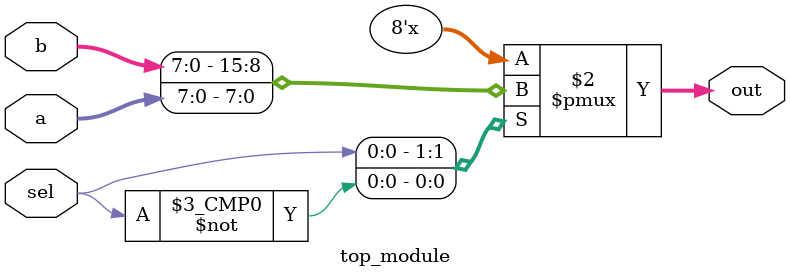
<source format=sv>
module top_module (
    input sel,
    input [7:0] a,
    input [7:0] b,
    output reg [7:0] out
);

    always @(*) begin
        case (sel)
            1'b1 : out = b;
            1'b0 : out = a;
            default : out = 8'b0;
        endcase
    end

endmodule

</source>
